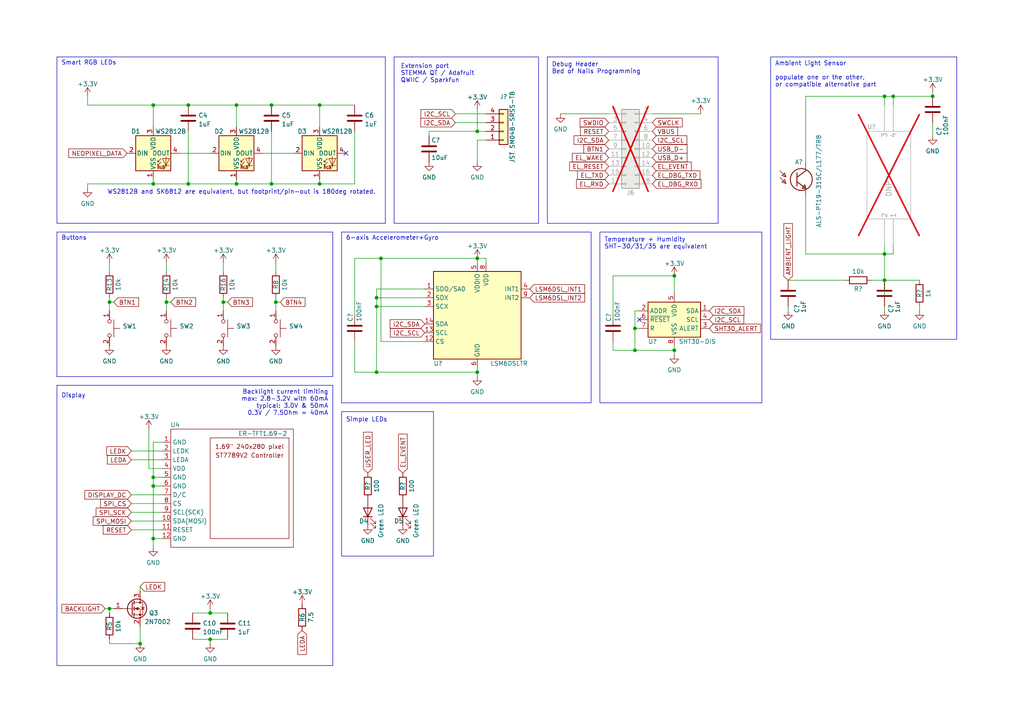
<source format=kicad_sch>
(kicad_sch (version 20230121) (generator eeschema)
  (paper "A4")
  (title_block (title "AWS IoT - Connected Product - Demo Badge 2023") (date "2023-08-22") (rev "1") (company "Amazon Web Services") (comment 1 "Thomas Kriechbaumer (thomkrie@amazon.com)") (comment 4 "https://github.com/aws-samples/aws-iot-connected-product-demo-badge"))
  (lib_symbols
    (symbol "ALS-PT19-315C_L177_TR8:ALS-PT19-315C/L177/TR8" (pin_numbers hide) (pin_names (offset 1.016) hide)
      (property "Reference" "A" (at -10.16 5.08 0))
      (property "Value" "ALS-PT19-315C{slash}L177{slash}TR8" (at -10.16 -7.62 0))
      (symbol "ALS-PT19-315C/L177/TR8_0_0"
        (pin passive line (at 2.54 5.08 270) (length 2.54) (name "~") (number "1"))
        (pin passive line (at 2.54 -5.08 90) (length 2.54) (name "~") (number "2"))
      )
    )
    (symbol "Connector_Generic:Conn_01x04" (pin_names (offset 1.016) hide)
      (property "Reference" "J" (at 0 5.08 0))
      (property "Value" "Conn_01x04" (at 0 -7.62 0))
      (symbol "Conn_01x04_1_1"
        (pin passive line (at -5.08 2.54 0) (length 3.81) (name "Pin_1") (number "1"))
        (pin passive line (at -5.08 0 0) (length 3.81) (name "Pin_2") (number "2"))
        (pin passive line (at -5.08 -2.54 0) (length 3.81) (name "Pin_3") (number "3"))
        (pin passive line (at -5.08 -5.08 0) (length 3.81) (name "Pin_4") (number "4"))
      )
    )
    (symbol "Connector_Generic:Conn_02x09_Odd_Even" (pin_names (offset 1.016) hide)
      (property "Reference" "J" (at 1.27 12.7 0))
      (property "Value" "Conn_02x09_Odd_Even" (at 1.27 -12.7 0))
      (symbol "Conn_02x09_Odd_Even_1_1"
        (pin passive line (at -5.08 10.16 0) (length 3.81) (name "Pin_1") (number "1"))
        (pin passive line (at 7.62 0 180) (length 3.81) (name "Pin_10") (number "10"))
        (pin passive line (at -5.08 -2.54 0) (length 3.81) (name "Pin_11") (number "11"))
        (pin passive line (at 7.62 -2.54 180) (length 3.81) (name "Pin_12") (number "12"))
        (pin passive line (at -5.08 -5.08 0) (length 3.81) (name "Pin_13") (number "13"))
        (pin passive line (at 7.62 -5.08 180) (length 3.81) (name "Pin_14") (number "14"))
        (pin passive line (at -5.08 -7.62 0) (length 3.81) (name "Pin_15") (number "15"))
        (pin passive line (at 7.62 -7.62 180) (length 3.81) (name "Pin_16") (number "16"))
        (pin passive line (at -5.08 -10.16 0) (length 3.81) (name "Pin_17") (number "17"))
        (pin passive line (at 7.62 -10.16 180) (length 3.81) (name "Pin_18") (number "18"))
        (pin passive line (at 7.62 10.16 180) (length 3.81) (name "Pin_2") (number "2"))
        (pin passive line (at -5.08 7.62 0) (length 3.81) (name "Pin_3") (number "3"))
        (pin passive line (at 7.62 7.62 180) (length 3.81) (name "Pin_4") (number "4"))
        (pin passive line (at -5.08 5.08 0) (length 3.81) (name "Pin_5") (number "5"))
        (pin passive line (at 7.62 5.08 180) (length 3.81) (name "Pin_6") (number "6"))
        (pin passive line (at -5.08 2.54 0) (length 3.81) (name "Pin_7") (number "7"))
        (pin passive line (at 7.62 2.54 180) (length 3.81) (name "Pin_8") (number "8"))
        (pin passive line (at -5.08 0 0) (length 3.81) (name "Pin_9") (number "9"))
      )
    )
    (symbol "Device:C" (pin_numbers hide) (pin_names (offset 0.254))
      (property "Reference" "C" (at 0.635 2.54 0))
      (property "Value" "C" (at 0.635 -2.54 0))
      (symbol "C_1_1"
        (pin passive line (at 0 3.81 270) (length 2.794) (name "~") (number "1"))
        (pin passive line (at 0 -3.81 90) (length 2.794) (name "~") (number "2"))
      )
    )
    (symbol "Device:LED" (pin_numbers hide) (pin_names (offset 1.016) hide)
      (property "Reference" "D" (at 0 2.54 0))
      (property "Value" "LED" (at 0 -2.54 0))
      (symbol "LED_1_1"
        (pin passive line (at -3.81 0 0) (length 2.54) (name "K") (number "1"))
        (pin passive line (at 3.81 0 180) (length 2.54) (name "A") (number "2"))
      )
    )
    (symbol "Device:R" (pin_numbers hide) (pin_names (offset 0))
      (property "Reference" "R" (at 2.032 0 90))
      (property "Value" "R" (at 0 0 90))
      (symbol "R_1_1"
        (pin passive line (at 0 3.81 270) (length 1.27) (name "~") (number "1"))
        (pin passive line (at 0 -3.81 90) (length 1.27) (name "~") (number "2"))
      )
    )
    (symbol "IN-S32GTLS:IN-S32GTLS" (pin_numbers hide) (pin_names (offset 0.254))
      (property "Reference" "U" (at 20.32 10.16 0))
      (property "Value" "IN-S32GTLS" (at 20.32 7.62 0))
      (symbol "IN-S32GTLS_1_1"
        (pin unspecified line (at 0 0 0) (length 7.62) (name "1") (number "1"))
        (pin unspecified line (at 0 -2.54 0) (length 7.62) (name "2") (number "2"))
        (pin unspecified line (at 40.64 -2.54 180) (length 7.62) (name "3") (number "3"))
        (pin unspecified line (at 40.64 0 180) (length 7.62) (name "4") (number "4"))
      )
    )
    (symbol "LED:SK6812" (pin_names (offset 0.254))
      (property "Reference" "D" (at 5.08 5.715 0))
      (property "Value" "SK6812" (at 1.27 -5.715 0))
      (symbol "SK6812_0_0"
        (text "RGB" (at 2.286 -4.191 0) (effects (font (size 0.762 0.762))))
      )
      (symbol "SK6812_1_1"
        (pin power_in line (at 0 -7.62 90) (length 2.54) (name "VSS") (number "1"))
        (pin input line (at -7.62 0 0) (length 2.54) (name "DIN") (number "2"))
        (pin power_in line (at 0 7.62 270) (length 2.54) (name "VDD") (number "3"))
        (pin output line (at 7.62 0 180) (length 2.54) (name "DOUT") (number "4"))
      )
    )
    (symbol "Sensor_Humidity:SHT30-DIS"
      (property "Reference" "U" (at -6.35 6.35 0))
      (property "Value" "SHT30-DIS" (at 6.35 6.35 0))
      (symbol "SHT30-DIS_1_1"
        (pin bidirectional line (at 10.16 2.54 180) (length 2.54) (name "SDA") (number "1"))
        (pin input line (at -10.16 2.54 0) (length 2.54) (name "ADDR") (number "2"))
        (pin output line (at 10.16 -2.54 180) (length 2.54) (name "ALERT") (number "3"))
        (pin input line (at 10.16 0 180) (length 2.54) (name "SCL") (number "4"))
        (pin power_in line (at 0 7.62 270) (length 2.54) (name "VDD") (number "5"))
        (pin input line (at -10.16 0 0) (length 2.54) (name "~{RESET}") (number "6"))
        (pin passive line (at -10.16 -2.54 0) (length 2.54) (name "R") (number "7"))
        (pin power_in line (at 0 -7.62 90) (length 2.54) (name "VSS") (number "8"))
        (pin passive line (at 0 -7.62 90) (length 2.54) hide (name "VSS") (number "9"))
      )
    )
    (symbol "Sensor_Motion:LSM6DSL"
      (property "Reference" "U" (at -11.43 15.24 0))
      (property "Value" "LSM6DSL" (at -11.43 12.7 0))
      (symbol "LSM6DSL_1_1"
        (pin bidirectional line (at -15.24 7.62 0) (length 2.54) (name "SDO/SA0") (number "1"))
        (pin no_connect line (at 12.7 -5.08 180) (length 3.81) hide (name "NC") (number "10"))
        (pin no_connect line (at 12.7 -2.54 180) (length 3.81) hide (name "NC") (number "11"))
        (pin input line (at -15.24 -7.62 0) (length 2.54) (name "CS") (number "12"))
        (pin input line (at -15.24 -5.08 0) (length 2.54) (name "SCL") (number "13"))
        (pin bidirectional line (at -15.24 -2.54 0) (length 2.54) (name "SDA") (number "14"))
        (pin bidirectional line (at -15.24 5.08 0) (length 2.54) (name "SDX") (number "2"))
        (pin input line (at -15.24 2.54 0) (length 2.54) (name "SCX") (number "3"))
        (pin output line (at 15.24 7.62 180) (length 2.54) (name "INT1") (number "4"))
        (pin power_in line (at 0 15.24 270) (length 2.54) (name "VDDIO") (number "5"))
        (pin power_in line (at 0 -15.24 90) (length 2.54) (name "GND") (number "6"))
        (pin passive line (at 0 -15.24 90) (length 2.54) hide (name "GND") (number "7"))
        (pin power_in line (at 2.54 15.24 270) (length 2.54) (name "VDD") (number "8"))
        (pin output line (at 15.24 5.08 180) (length 2.54) (name "INT2") (number "9"))
      )
    )
    (symbol "Switch:SW_Push" (pin_names (offset 1.016) hide)
      (property "Reference" "SW" (at 1.27 2.54 0))
      (property "Value" "SW_Push" (at 0 -1.524 0))
      (symbol "SW_Push_0_1"
        (pin passive line (at -5.08 0 0) (length 2.54) (name "1") (number "1"))
        (pin passive line (at 5.08 0 180) (length 2.54) (name "2") (number "2"))
      )
    )
    (symbol "Transistor_FET:2N7002" (pin_names hide)
      (property "Reference" "Q" (at 5.08 1.905 0))
      (property "Value" "2N7002" (at 5.08 0 0))
      (symbol "2N7002_1_1"
        (pin input line (at -5.08 0 0) (length 2.54) (name "G") (number "1"))
        (pin passive line (at 2.54 -5.08 90) (length 2.54) (name "S") (number "2"))
        (pin passive line (at 2.54 5.08 270) (length 2.54) (name "D") (number "3"))
      )
    )
    (symbol "demo-badge-2023:ER-TFT1.69-2"
      (property "Reference" "U" (at 1.27 1.27 0))
      (property "Value" "ER-TFT1.69-2" (at 26.67 -1.27 0))
      (symbol "ER-TFT1.69-2_0_0"
        (text "ST7789V2 Controller" (at 22.86 -7.62 0) (effects (font (size 1.27 1.27))))
      )
      (symbol "ER-TFT1.69-2_1_0"
        (text "1.69\" 240x280 pixel" (at 22.86 -5.08 0) (effects (font (size 1.27 1.27))))
      )
      (symbol "ER-TFT1.69-2_1_1"
        (pin passive line (at -2.54 -3.81 0) (length 2.54) (name "GND") (number "1"))
        (pin passive line (at -2.54 -26.67 0) (length 2.54) (name "SDA(MOSI)") (number "10"))
        (pin passive line (at -2.54 -29.21 0) (length 2.54) (name "RESET") (number "11"))
        (pin passive line (at -2.54 -31.75 0) (length 2.54) (name "GND") (number "12"))
        (pin passive line (at -2.54 -6.35 0) (length 2.54) (name "LEDK") (number "2"))
        (pin passive line (at -2.54 -8.89 0) (length 2.54) (name "LEDA") (number "3"))
        (pin passive line (at -2.54 -11.43 0) (length 2.54) (name "VDD") (number "4"))
        (pin passive line (at -2.54 -13.97 0) (length 2.54) (name "GND") (number "5"))
        (pin passive line (at -2.54 -16.51 0) (length 2.54) (name "GND") (number "6"))
        (pin passive line (at -2.54 -19.05 0) (length 2.54) (name "D/C") (number "7"))
        (pin passive line (at -2.54 -21.59 0) (length 2.54) (name "CS") (number "8"))
        (pin passive line (at -2.54 -24.13 0) (length 2.54) (name "SCL(SCK)") (number "9"))
      )
    )
    (symbol "power:+3.3V" (power) (pin_names (offset 0))
      (property "Value" "+3.3V" (at 0 3.556 0))
      (symbol "+3.3V_1_1"
        (pin power_in line (at 0 0 90) (length 0) hide (name "+3.3V") (number "1"))
      )
    )
    (symbol "power:GND" (power) (pin_names (offset 0))
      (property "Value" "GND" (at 0 -3.81 0))
      (symbol "GND_1_1"
        (pin power_in line (at 0 0 270) (length 0) hide (name "GND") (number "1"))
      )
    )
  )
  (junction (at 256.54 81.28))
  (junction (at 110.49 74.93))
  (junction (at 44.45 140.97))
  (junction (at 138.43 38.1))
  (junction (at 270.51 27.94))
  (junction (at 184.15 101.6))
  (junction (at 184.15 95.25))
  (junction (at 40.64 186.69))
  (junction (at 54.61 53.34))
  (junction (at 44.45 53.34))
  (junction (at 92.71 53.34))
  (junction (at 78.74 53.34))
  (junction (at 44.45 30.48))
  (junction (at 48.26 87.63))
  (junction (at 80.01 87.63))
  (junction (at 44.45 138.43))
  (junction (at 92.71 30.48))
  (junction (at 109.22 88.9))
  (junction (at 54.61 30.48))
  (junction (at 64.77 87.63))
  (junction (at 138.43 107.95))
  (junction (at 78.74 30.48))
  (junction (at 68.58 53.34))
  (junction (at 31.75 176.53))
  (junction (at 109.22 86.36))
  (junction (at 259.08 27.94))
  (junction (at 195.58 80.01))
  (junction (at 138.43 74.93))
  (junction (at 195.58 101.6))
  (junction (at 44.45 156.21))
  (junction (at 109.22 107.95))
  (junction (at 60.96 185.42))
  (junction (at 256.54 73.66))
  (junction (at 31.75 87.63))
  (junction (at 256.54 27.94))
  (junction (at 60.96 177.8))
  (junction (at 68.58 30.48))
  (no_connect (at 100.33 44.45))
  (no_connect (at 185.42 92.71))
  (polyline (pts (xy 16.51 16.51) (xy 16.51 64.77)))
  (wire (pts (xy 109.22 107.95) (xy 138.43 107.95)))
  (wire (pts (xy 252.73 81.28) (xy 256.54 81.28)))
  (wire (pts (xy 44.45 53.34) (xy 44.45 52.07)))
  (wire (pts (xy 31.75 87.63) (xy 31.75 90.17)))
  (wire (pts (xy 109.22 83.82) (xy 109.22 86.36)))
  (wire (pts (xy 256.54 71.12) (xy 256.54 73.66)))
  (wire (pts (xy 102.87 74.93) (xy 110.49 74.93)))
  (wire (pts (xy 30.48 176.53) (xy 31.75 176.53)))
  (wire (pts (xy 102.87 99.06) (xy 102.87 107.95)))
  (wire (pts (xy 46.99 135.89) (xy 43.18 135.89)))
  (wire (pts (xy 25.4 30.48) (xy 44.45 30.48)))
  (wire (pts (xy 80.01 76.2) (xy 80.01 78.74)))
  (wire (pts (xy 138.43 106.68) (xy 138.43 107.95)))
  (wire (pts (xy 44.45 138.43) (xy 46.99 138.43)))
  (wire (pts (xy 110.49 99.06) (xy 110.49 74.93)))
  (wire (pts (xy 195.58 101.6) (xy 195.58 102.87)))
  (wire (pts (xy 256.54 73.66) (xy 256.54 81.28)))
  (wire (pts (xy 233.68 27.94) (xy 233.68 46.99)))
  (wire (pts (xy 110.49 74.93) (xy 138.43 74.93)))
  (wire (pts (xy 123.19 99.06) (xy 110.49 99.06)))
  (wire (pts (xy 233.68 73.66) (xy 256.54 73.66)))
  (wire (pts (xy 48.26 87.63) (xy 49.53 87.63)))
  (wire (pts (xy 109.22 88.9) (xy 123.19 88.9)))
  (polyline (pts (xy 16.51 67.31) (xy 96.52 67.31)))
  (wire (pts (xy 38.1 133.35) (xy 46.99 133.35)))
  (wire (pts (xy 38.1 146.05) (xy 46.99 146.05)))
  (wire (pts (xy 68.58 53.34) (xy 54.61 53.34)))
  (wire (pts (xy 60.96 185.42) (xy 66.04 185.42)))
  (wire (pts (xy 54.61 30.48) (xy 68.58 30.48)))
  (wire (pts (xy 256.54 27.94) (xy 259.08 27.94)))
  (wire (pts (xy 233.68 57.15) (xy 233.68 73.66)))
  (wire (pts (xy 184.15 95.25) (xy 185.42 95.25)))
  (wire (pts (xy 132.08 33.02) (xy 140.97 33.02)))
  (wire (pts (xy 80.01 87.63) (xy 81.28 87.63)))
  (wire (pts (xy 60.96 177.8) (xy 66.04 177.8)))
  (wire (pts (xy 80.01 87.63) (xy 80.01 90.17)))
  (polyline (pts (xy 96.52 67.31) (xy 96.52 109.22)))
  (wire (pts (xy 55.88 177.8) (xy 60.96 177.8)))
  (wire (pts (xy 33.02 176.53) (xy 31.75 176.53)))
  (wire (pts (xy 203.2 33.02) (xy 189.23 33.02)))
  (wire (pts (xy 48.26 86.36) (xy 48.26 87.63)))
  (wire (pts (xy 31.75 76.2) (xy 31.75 78.74)))
  (wire (pts (xy 31.75 86.36) (xy 31.75 87.63)))
  (wire (pts (xy 48.26 76.2) (xy 48.26 78.74)))
  (wire (pts (xy 92.71 53.34) (xy 92.71 52.07)))
  (wire (pts (xy 109.22 86.36) (xy 109.22 88.9)))
  (wire (pts (xy 132.08 35.56) (xy 140.97 35.56)))
  (wire (pts (xy 109.22 86.36) (xy 123.19 86.36)))
  (wire (pts (xy 138.43 31.75) (xy 138.43 38.1)))
  (wire (pts (xy 55.88 185.42) (xy 60.96 185.42)))
  (wire (pts (xy 40.64 181.61) (xy 40.64 186.69)))
  (wire (pts (xy 184.15 101.6) (xy 195.58 101.6)))
  (wire (pts (xy 76.2 44.45) (xy 85.09 44.45)))
  (wire (pts (xy 109.22 88.9) (xy 109.22 107.95)))
  (wire (pts (xy 31.75 177.8) (xy 31.75 176.53)))
  (wire (pts (xy 38.1 151.13) (xy 46.99 151.13)))
  (wire (pts (xy 138.43 40.64) (xy 138.43 46.99)))
  (wire (pts (xy 44.45 140.97) (xy 44.45 156.21)))
  (wire (pts (xy 60.96 185.42) (xy 60.96 186.69)))
  (polyline (pts (xy 16.51 67.31) (xy 16.51 109.22)))
  (wire (pts (xy 48.26 87.63) (xy 48.26 90.17)))
  (wire (pts (xy 31.75 186.69) (xy 40.64 186.69)))
  (wire (pts (xy 78.74 30.48) (xy 92.71 30.48)))
  (wire (pts (xy 185.42 90.17) (xy 184.15 90.17)))
  (wire (pts (xy 195.58 80.01) (xy 195.58 85.09)))
  (wire (pts (xy 44.45 140.97) (xy 46.99 140.97)))
  (wire (pts (xy 228.6 81.28) (xy 245.11 81.28)))
  (wire (pts (xy 52.07 44.45) (xy 60.96 44.45)))
  (wire (pts (xy 266.7 90.17) (xy 266.7 88.9)))
  (wire (pts (xy 64.77 86.36) (xy 64.77 87.63)))
  (wire (pts (xy 43.18 124.46) (xy 43.18 135.89)))
  (wire (pts (xy 64.77 87.63) (xy 64.77 90.17)))
  (wire (pts (xy 228.6 90.17) (xy 228.6 88.9)))
  (wire (pts (xy 138.43 38.1) (xy 140.97 38.1)))
  (wire (pts (xy 38.1 153.67) (xy 46.99 153.67)))
  (wire (pts (xy 44.45 53.34) (xy 25.4 53.34)))
  (wire (pts (xy 92.71 36.83) (xy 92.71 30.48)))
  (wire (pts (xy 78.74 53.34) (xy 68.58 53.34)))
  (wire (pts (xy 259.08 27.94) (xy 259.08 30.48)))
  (wire (pts (xy 44.45 128.27) (xy 44.45 138.43)))
  (wire (pts (xy 44.45 156.21) (xy 46.99 156.21)))
  (polyline (pts (xy 16.51 111.76) (xy 96.52 111.76)))
  (wire (pts (xy 60.96 176.53) (xy 60.96 177.8)))
  (wire (pts (xy 25.4 54.61) (xy 25.4 53.34)))
  (wire (pts (xy 102.87 38.1) (xy 102.87 53.34)))
  (wire (pts (xy 44.45 30.48) (xy 54.61 30.48)))
  (wire (pts (xy 233.68 27.94) (xy 256.54 27.94)))
  (wire (pts (xy 195.58 101.6) (xy 195.58 100.33)))
  (wire (pts (xy 54.61 53.34) (xy 44.45 53.34)))
  (polyline (pts (xy 96.52 193.04) (xy 16.51 193.04)))
  (wire (pts (xy 124.46 38.1) (xy 138.43 38.1)))
  (polyline (pts (xy 96.52 109.22) (xy 16.51 109.22)))
  (polyline (pts (xy 111.76 64.77) (xy 16.51 64.77)))
  (wire (pts (xy 92.71 30.48) (xy 102.87 30.48)))
  (polyline (pts (xy 96.52 111.76) (xy 96.52 193.04)))
  (wire (pts (xy 270.51 26.67) (xy 270.51 27.94)))
  (wire (pts (xy 123.19 83.82) (xy 109.22 83.82)))
  (wire (pts (xy 54.61 38.1) (xy 54.61 53.34)))
  (wire (pts (xy 140.97 74.93) (xy 140.97 76.2)))
  (wire (pts (xy 259.08 71.12) (xy 259.08 73.66)))
  (wire (pts (xy 270.51 39.37) (xy 270.51 35.56)))
  (wire (pts (xy 46.99 128.27) (xy 44.45 128.27)))
  (wire (pts (xy 259.08 27.94) (xy 270.51 27.94)))
  (wire (pts (xy 31.75 185.42) (xy 31.75 186.69)))
  (wire (pts (xy 38.1 143.51) (xy 46.99 143.51)))
  (wire (pts (xy 78.74 38.1) (xy 78.74 53.34)))
  (wire (pts (xy 124.46 39.37) (xy 124.46 38.1)))
  (wire (pts (xy 138.43 107.95) (xy 138.43 109.22)))
  (wire (pts (xy 38.1 130.81) (xy 46.99 130.81)))
  (wire (pts (xy 68.58 36.83) (xy 68.58 30.48)))
  (wire (pts (xy 64.77 87.63) (xy 66.04 87.63)))
  (polyline (pts (xy 111.76 16.51) (xy 111.76 64.77)))
  (wire (pts (xy 92.71 53.34) (xy 78.74 53.34)))
  (wire (pts (xy 177.8 99.06) (xy 177.8 101.6)))
  (wire (pts (xy 162.56 33.02) (xy 176.53 33.02)))
  (polyline (pts (xy 16.51 16.51) (xy 111.76 16.51)))
  (wire (pts (xy 80.01 86.36) (xy 80.01 87.63)))
  (wire (pts (xy 102.87 91.44) (xy 102.87 74.93)))
  (wire (pts (xy 177.8 101.6) (xy 184.15 101.6)))
  (wire (pts (xy 177.8 80.01) (xy 195.58 80.01)))
  (wire (pts (xy 256.54 81.28) (xy 266.7 81.28)))
  (wire (pts (xy 44.45 138.43) (xy 44.45 140.97)))
  (wire (pts (xy 256.54 30.48) (xy 256.54 27.94)))
  (wire (pts (xy 25.4 27.94) (xy 25.4 30.48)))
  (wire (pts (xy 40.64 170.18) (xy 40.64 171.45)))
  (wire (pts (xy 256.54 73.66) (xy 259.08 73.66)))
  (wire (pts (xy 44.45 36.83) (xy 44.45 30.48)))
  (wire (pts (xy 38.1 148.59) (xy 46.99 148.59)))
  (wire (pts (xy 256.54 86.36) (xy 256.54 81.28)))
  (wire (pts (xy 138.43 74.93) (xy 140.97 74.93)))
  (wire (pts (xy 140.97 40.64) (xy 138.43 40.64)))
  (wire (pts (xy 184.15 90.17) (xy 184.15 95.25)))
  (wire (pts (xy 68.58 53.34) (xy 68.58 52.07)))
  (wire (pts (xy 102.87 107.95) (xy 109.22 107.95)))
  (wire (pts (xy 256.54 90.17) (xy 256.54 88.9)))
  (wire (pts (xy 138.43 76.2) (xy 138.43 74.93)))
  (wire (pts (xy 44.45 156.21) (xy 44.45 158.75)))
  (wire (pts (xy 184.15 95.25) (xy 184.15 101.6)))
  (polyline (pts (xy 16.51 111.76) (xy 16.51 193.04)))
  (wire (pts (xy 68.58 30.48) (xy 78.74 30.48)))
  (wire (pts (xy 64.77 76.2) (xy 64.77 78.74)))
  (wire (pts (xy 102.87 53.34) (xy 92.71 53.34)))
  (wire (pts (xy 177.8 91.44) (xy 177.8 80.01)))
  (wire (pts (xy 31.75 87.63) (xy 33.02 87.63)))
  (rectangle (start 158.75 16.51) (end 208.28 64.77))
  (rectangle (start 173.99 67.31) (end 220.98 116.84))
  (rectangle (start 99.06 119.38) (end 125.73 161.29))
  (rectangle (start 99.06 67.31) (end 171.45 116.84))
  (rectangle (start 223.52 16.51) (end 277.495 98.425))
  (rectangle (start 114.3 16.51) (end 156.21 64.77))
  (text "Backlight current limiting\nmax: 2.8-3.2V with 60mA\ntypical: 3.0V & 50mA\n0.3V / 7.5Ohm = 40mA" (at 95.25 120.65 0) (effects (font (size 1.27 1.27)) (justify right bottom)))
  (text "Smart RGB LEDs" (at 17.78 19.05 0) (effects (font (size 1.27 1.27)) (justify left bottom)))
  (text "Debug Header\nBed of Nails Programming" (at 160.02 21.59 0) (effects (font (size 1.27 1.27)) (justify left bottom)))
  (text "6-axis Accelerometer+Gyro" (at 100.33 69.85 0) (effects (font (size 1.27 1.27)) (justify left bottom)))
  (text "WS2812B and SK6812 are equivalent, but footprint/pin-out is 180deg rotated." (at 31.115 56.515 0) (effects (font (size 1.27 1.27)) (justify left bottom)))
  (text "Temperature + Humidity\nSHT-30/31/35 are equivalent" (at 175.26 72.39 0) (effects (font (size 1.27 1.27)) (justify left bottom)))
  (text "Simple LEDs" (at 100.33 122.555 0) (effects (font (size 1.27 1.27)) (justify left bottom)))
  (text "Display\n" (at 17.78 115.57 0) (effects (font (size 1.27 1.27)) (justify left bottom)))
  (text "Extension port\nSTEMMA QT / Adafruit\nQWIIC / Sparkfun" (at 116.205 24.13 0) (effects (font (size 1.27 1.27)) (justify left bottom)))
  (text "Ambient Light Sensor\n\npopulate one or the other,\nor compatible alternative part" (at 224.79 25.4 0) (effects (font (size 1.27 1.27)) (justify left bottom)))
  (text "Buttons" (at 17.78 69.85 0) (effects (font (size 1.27 1.27)) (justify left bottom)))
  (global_label "VBUS" (shape input) (at 189.23 38.1 0) (property "Intersheetrefs" "${INTERSHEET_REFS}" (effects hide)))
  (global_label "I2C_SCL" (shape input) (at 123.19 96.52 180) (property "Intersheetrefs" "${INTERSHEET_REFS}" (effects hide)))
  (global_label "SHT30_ALERT" (shape input) (at 205.74 95.25 0) (property "Intersheetrefs" "${INTERSHEET_REFS}" (effects hide)))
  (global_label "I2C_SDA" (shape input) (at 132.08 35.56 180) (property "Intersheetrefs" "${INTERSHEET_REFS}" (effects hide)))
  (global_label "LSM6DSL_INT1" (shape input) (at 153.67 83.82 0) (property "Intersheetrefs" "${INTERSHEET_REFS}" (effects hide)))
  (global_label "EL_RXD" (shape input) (at 176.53 53.34 180) (property "Intersheetrefs" "${INTERSHEET_REFS}" (effects hide)))
  (global_label "SWCLK" (shape input) (at 189.23 35.56 0) (property "Intersheetrefs" "${INTERSHEET_REFS}" (effects hide)))
  (global_label "LEDK" (shape input) (at 40.64 170.18 0) (property "Intersheetrefs" "${INTERSHEET_REFS}" (effects hide)))
  (global_label "I2C_SCL" (shape input) (at 205.74 92.71 0) (property "Intersheetrefs" "${INTERSHEET_REFS}" (effects hide)))
  (global_label "I2C_SCL" (shape input) (at 189.23 40.64 0) (property "Intersheetrefs" "${INTERSHEET_REFS}" (effects hide)))
  (global_label "EL_TXD" (shape input) (at 176.53 50.8 180) (property "Intersheetrefs" "${INTERSHEET_REFS}" (effects hide)))
  (global_label "LEDA" (shape input) (at 38.1 133.35 180) (property "Intersheetrefs" "${INTERSHEET_REFS}" (effects hide)))
  (global_label "SPI_MOSI" (shape input) (at 38.1 151.13 180) (property "Intersheetrefs" "${INTERSHEET_REFS}" (effects hide)))
  (global_label "LSM6DSL_INT2" (shape input) (at 153.67 86.36 0) (property "Intersheetrefs" "${INTERSHEET_REFS}" (effects hide)))
  (global_label "BTN4" (shape input) (at 81.28 87.63 0) (property "Intersheetrefs" "${INTERSHEET_REFS}" (effects hide)))
  (global_label "BTN2" (shape input) (at 49.53 87.63 0) (property "Intersheetrefs" "${INTERSHEET_REFS}" (effects hide)))
  (global_label "EL_DBG_TXD" (shape input) (at 189.23 50.8 0) (property "Intersheetrefs" "${INTERSHEET_REFS}" (effects hide)))
  (global_label "I2C_SDA" (shape input) (at 205.74 90.17 0) (property "Intersheetrefs" "${INTERSHEET_REFS}" (effects hide)))
  (global_label "RESET" (shape input) (at 176.53 38.1 180) (property "Intersheetrefs" "${INTERSHEET_REFS}" (effects hide)))
  (global_label "I2C_SDA" (shape input) (at 176.53 40.64 180) (property "Intersheetrefs" "${INTERSHEET_REFS}" (effects hide)))
  (global_label "SPI_CS" (shape input) (at 38.1 146.05 180) (property "Intersheetrefs" "${INTERSHEET_REFS}" (effects hide)))
  (global_label "RESET" (shape input) (at 38.1 153.67 180) (property "Intersheetrefs" "${INTERSHEET_REFS}" (effects hide)))
  (global_label "I2C_SCL" (shape input) (at 132.08 33.02 180) (property "Intersheetrefs" "${INTERSHEET_REFS}" (effects hide)))
  (global_label "DISPLAY_DC" (shape input) (at 38.1 143.51 180) (property "Intersheetrefs" "${INTERSHEET_REFS}" (effects hide)))
  (global_label "EL_WAKE" (shape input) (at 176.53 45.72 180) (property "Intersheetrefs" "${INTERSHEET_REFS}" (effects hide)))
  (global_label "LEDA" (shape input) (at 87.63 182.88 270) (property "Intersheetrefs" "${INTERSHEET_REFS}" (effects hide)))
  (global_label "EL_DBG_RXD" (shape input) (at 189.23 53.34 0) (property "Intersheetrefs" "${INTERSHEET_REFS}" (effects hide)))
  (global_label "BACKLIGHT" (shape input) (at 30.48 176.53 180) (property "Intersheetrefs" "${INTERSHEET_REFS}" (effects hide)))
  (global_label "EL_EVENT" (shape input) (at 189.23 48.26 0) (property "Intersheetrefs" "${INTERSHEET_REFS}" (effects hide)))
  (global_label "USB_D-" (shape input) (at 189.23 43.18 0) (property "Intersheetrefs" "${INTERSHEET_REFS}" (effects hide)))
  (global_label "USER_LED" (shape input) (at 106.68 137.16 90) (property "Intersheetrefs" "${INTERSHEET_REFS}" (effects hide)))
  (global_label "SWDIO" (shape input) (at 176.53 35.56 180) (property "Intersheetrefs" "${INTERSHEET_REFS}" (effects hide)))
  (global_label "BTN1" (shape input) (at 176.53 43.18 180) (property "Intersheetrefs" "${INTERSHEET_REFS}" (effects hide)))
  (global_label "BTN1" (shape input) (at 33.02 87.63 0) (property "Intersheetrefs" "${INTERSHEET_REFS}" (effects hide)))
  (global_label "AMBIENT_LIGHT" (shape input) (at 228.6 81.28 90) (property "Intersheetrefs" "${INTERSHEET_REFS}" (effects hide)))
  (global_label "EL_EVENT" (shape input) (at 116.84 137.16 90) (property "Intersheetrefs" "${INTERSHEET_REFS}" (effects hide)))
  (global_label "SPI_SCK" (shape input) (at 38.1 148.59 180) (property "Intersheetrefs" "${INTERSHEET_REFS}" (effects hide)))
  (global_label "USB_D+" (shape input) (at 189.23 45.72 0) (property "Intersheetrefs" "${INTERSHEET_REFS}" (effects hide)))
  (global_label "LEDK" (shape input) (at 38.1 130.81 180) (property "Intersheetrefs" "${INTERSHEET_REFS}" (effects hide)))
  (global_label "EL_RESET" (shape input) (at 176.53 48.26 180) (property "Intersheetrefs" "${INTERSHEET_REFS}" (effects hide)))
  (global_label "BTN3" (shape input) (at 66.04 87.63 0) (property "Intersheetrefs" "${INTERSHEET_REFS}" (effects hide)))
  (global_label "NEOPIXEL_DATA" (shape input) (at 36.83 44.45 180) (property "Intersheetrefs" "${INTERSHEET_REFS}" (effects hide)))
  (global_label "I2C_SDA" (shape input) (at 123.19 93.98 180) (property "Intersheetrefs" "${INTERSHEET_REFS}" (effects hide)))
  (symbol (lib_id "Device:C") (at 228.6 85.09 180) (unit 1)
    (property "Reference" "C?" (at 231.14 90.805 90) (effects (justify right)))
    (property "Value" "1uF" (at 233.045 90.805 90) (effects (justify right)))
    (property "Footprint" "Capacitor_SMD:C_0603_1608Metric" (effects hide))
    (property "LCSC Part #" "C15849" (effects hide))
    (property "Detail" "0603 MLCC" (effects hide))
    (instances (project "demo-badge-2023" (path "" (reference "C?") (unit 1)) (path "" (reference "C15") (unit 1)) (path "" (reference "C27") (unit 1))))
  )
  (symbol (lib_id "Device:R") (at 64.77 82.55 180) (unit 1)
    (property "Reference" "R16" (at 64.77 82.55 90))
    (property "Value" "10k" (at 67.31 82.55 90))
    (property "Footprint" "Resistor_SMD:R_0603_1608Metric" (effects hide))
    (property "LCSC Part #" "C25804" (effects hide))
    (property "Detail" "0603 100mW 1%" (effects hide))
    (instances (project "demo-badge-2023" (path "" (reference "R16") (unit 1)) (path "" (reference "R14") (unit 1)) (path "" (reference "R26") (unit 1))))
  )
  (symbol (lib_id "power:+3.3V") (at 64.77 76.2 0) (unit 1)
    (property "Reference" "#PWR055" (effects hide))
    (property "Value" "+3.3V" (at 64.77 72.6242 0))
    (instances (project "demo-badge-2023" (path "" (reference "#PWR055") (unit 1)) (path "" (reference "#PWR051") (unit 1)) (path "" (reference "#PWR057") (unit 1))))
  )
  (symbol (lib_id "Device:C") (at 54.61 34.29 180) (unit 1)
    (property "Reference" "C4" (at 57.531 33.4553 0) (effects (justify right)))
    (property "Value" "1uF" (at 57.531 35.9922 0) (effects (justify right)))
    (property "Footprint" "Capacitor_SMD:C_0603_1608Metric" (effects hide))
    (property "LCSC Part #" "C15849" (effects hide))
    (property "Detail" "0603 MLCC" (effects hide))
    (instances (project "demo-badge-2023" (path "" (reference "C4") (unit 1)) (path "" (reference "C4") (unit 1)) (path "" (reference "C9") (unit 1))))
  )
  (symbol (lib_id "Device:C") (at 177.8 95.25 0) (mirror x) (unit 1)
    (property "Reference" "C?" (at 176.53 93.345 90) (effects (justify right)))
    (property "Value" "100nF" (at 179.07 93.345 90) (effects (justify right)))
    (property "Footprint" "Capacitor_SMD:C_0603_1608Metric" (effects hide))
    (property "LCSC Part #" "C14663" (effects hide))
    (property "Detail" "0603 MLCC" (effects hide))
    (instances (project "demo-badge-2023" (path "" (reference "C?") (unit 1)) (path "" (reference "C1") (unit 1)) (path "" (reference "C26") (unit 1))))
  )
  (symbol (lib_id "power:GND") (at 195.58 102.87 0) (mirror y) (unit 1)
    (property "Reference" "#PWR?" (effects hide))
    (property "Value" "GND" (at 195.58 107.3134 0))
    (instances (project "demo-badge-2023" (path "" (reference "#PWR?") (unit 1)) (path "" (reference "#PWR03") (unit 1)) (path "" (reference "#PWR098") (unit 1))))
  )
  (symbol (lib_id "power:+3.3V") (at 138.43 74.93 0) (unit 1)
    (property "Reference" "#PWR?" (effects hide))
    (property "Value" "+3.3V" (at 138.43 71.3542 0))
    (instances (project "demo-badge-2023" (path "" (reference "#PWR?") (unit 1)) (path "" (reference "#PWR09") (unit 1)) (path "" (reference "#PWR094") (unit 1))))
  )
  (symbol (lib_id "Switch:SW_Push") (at 31.75 95.25 270) (unit 1)
    (property "Reference" "SW1" (at 35.56 94.615 90) (effects (justify left)))
    (property "Value" "PTS815" (effects hide))
    (property "Footprint" "PTS815:PTS815" (effects hide))
    (property "LCSC Part #" "C2689510" (effects hide))
    (instances (project "demo-badge-2023" (path "" (reference "SW1") (unit 1)) (path "" (reference "SW6") (unit 1))))
  )
  (symbol (lib_id "power:+3.3V") (at 203.2 33.02 0) (unit 1)
    (property "Reference" "#PWR069" (effects hide))
    (property "Value" "+3.3V" (at 203.2 29.21 0))
    (instances (project "demo-badge-2023" (path "" (reference "#PWR069") (unit 1)) (path "" (reference "#PWR099") (unit 1))))
  )
  (symbol (lib_id "power:GND") (at 266.7 90.17 0) (unit 1)
    (property "Reference" "#PWR?" (effects hide))
    (property "Value" "GND" (at 266.7 94.6134 0))
    (instances (project "demo-badge-2023" (path "" (reference "#PWR?") (unit 1)) (path "" (reference "#PWR024") (unit 1)) (path "" (reference "#PWR0102") (unit 1))))
  )
  (symbol (lib_id "ALS-PT19-315C_L177_TR8:ALS-PT19-315C/L177/TR8") (at 231.14 52.07 0) (unit 1)
    (property "Reference" "A?" (at 230.505 46.99 0) (effects (justify left)))
    (property "Value" "ALS-PT19-315C/L177/TR8" (at 237.49 66.04 90) (effects (justify left)))
    (property "Footprint" "ALS-PT19-315C_L177_TR8:ALS-PT19-315C_L177_TR8" (effects hide))
    (property "Datasheet" "https://everlighteurope.com/index.php?controller=attachment&id_attachment=5170" (effects hide))
    (property "LCSC Part #" "C146233" (effects hide))
    (property "Alternative For" "IN-S32GTLS" (effects hide))
    (instances (project "demo-badge-2023" (path "" (reference "A?") (unit 1)) (path "" (reference "A1") (unit 1)) (path "" (reference "A2") (unit 1))))
  )
  (symbol (lib_id "Device:R") (at 106.68 140.97 180) (unit 1)
    (property "Reference" "R?" (at 106.68 140.97 90))
    (property "Value" "100" (at 109.22 140.97 90))
    (property "Footprint" "Resistor_SMD:R_0603_1608Metric" (effects hide))
    (property "LCSC Part #" "C103204" (effects hide))
    (property "Detail" "0603 100mW 1%" (effects hide))
    (instances (project "demo-badge-2023" (path "" (reference "R?") (unit 1)) (path "" (reference "R16") (unit 1)) (path "" (reference "R30") (unit 1))))
  )
  (symbol (lib_id "Device:C") (at 124.46 43.18 180) (unit 1)
    (property "Reference" "C?" (at 125.095 40.64 0) (effects (justify right)))
    (property "Value" "10uF" (at 125.095 45.72 0) (effects (justify right)))
    (property "Footprint" "Capacitor_SMD:C_0603_1608Metric" (effects hide))
    (property "LCSC Part #" "C19702" (effects hide))
    (property "Detail" "0603 MLCC" (effects hide))
    (instances (project "demo-badge-2023" (path "" (reference "C?") (unit 1)) (path "" (reference "C7") (unit 1)) (path "" (reference "C25") (unit 1))))
  )
  (symbol (lib_id "power:GND") (at 116.84 152.4 0) (unit 1)
    (property "Reference" "#PWR?" (effects hide))
    (property "Value" "GND" (at 116.84 156.8434 0))
    (instances (project "demo-badge-2023" (path "" (reference "#PWR?") (unit 1)) (path "" (reference "#PWR053") (unit 1)) (path "" (reference "#PWR090") (unit 1))))
  )
  (symbol (lib_id "LED:SK6812") (at 92.71 44.45 0) (unit 1)
    (property "Reference" "D3" (at 87.63 38.1 0))
    (property "Value" "WS2812B" (at 97.79 38.1 0))
    (property "Footprint" "demo-badge-2023:SK6812-multi" (effects hide))
    (property "Datasheet" "https://datasheet.lcsc.com/lcsc/2206131216_Worldsemi-WS2812B-V5-W_C2874885.pdf" (effects hide))
    (property "LCSC Part #" "C2874885" (effects hide))
    (property "Alternative For" "SK6812" (effects hide))
    (property "Detail" "5050" (effects hide))
    (instances (project "demo-badge-2023" (path "" (reference "D3") (unit 1)) (path "" (reference "D3") (unit 1)) (path "" (reference "D10") (unit 1))))
  )
  (symbol (lib_id "Device:C") (at 102.87 34.29 180) (unit 1)
    (property "Reference" "C6" (at 105.791 33.4553 0) (effects (justify right)))
    (property "Value" "1uF" (at 105.791 35.9922 0) (effects (justify right)))
    (property "Footprint" "Capacitor_SMD:C_0603_1608Metric" (effects hide))
    (property "LCSC Part #" "C15849" (effects hide))
    (property "Detail" "0603 MLCC" (effects hide))
    (instances (project "demo-badge-2023" (path "" (reference "C6") (unit 1)) (path "" (reference "C6") (unit 1)) (path "" (reference "C23") (unit 1))))
  )
  (symbol (lib_id "power:+3.3V") (at 195.58 80.01 0) (mirror y) (unit 1)
    (property "Reference" "#PWR?" (effects hide))
    (property "Value" "+3.3V" (at 195.58 76.4342 0))
    (instances (project "demo-badge-2023" (path "" (reference "#PWR?") (unit 1)) (path "" (reference "#PWR02") (unit 1)) (path "" (reference "#PWR097") (unit 1))))
  )
  (symbol (lib_id "Device:C") (at 102.87 95.25 180) (unit 1)
    (property "Reference" "C?" (at 101.6 93.345 90) (effects (justify right)))
    (property "Value" "100nF" (at 104.14 93.345 90) (effects (justify right)))
    (property "Footprint" "Capacitor_SMD:C_0603_1608Metric" (effects hide))
    (property "LCSC Part #" "C14663" (effects hide))
    (property "Detail" "0603 MLCC" (effects hide))
    (instances (project "demo-badge-2023" (path "" (reference "C?") (unit 1)) (path "" (reference "C2") (unit 1)) (path "" (reference "C24") (unit 1))))
  )
  (symbol (lib_id "power:+3.3V") (at 43.18 124.46 0) (unit 1)
    (property "Reference" "#PWR032" (effects hide))
    (property "Value" "+3.3V" (at 43.18 120.8842 0))
    (instances (project "demo-badge-2023" (path "" (reference "#PWR032") (unit 1)) (path "" (reference "#PWR073") (unit 1)) (path "" (reference "#PWR040") (unit 1))))
  )
  (symbol (lib_id "Sensor_Humidity:SHT30-DIS") (at 195.58 92.71 0) (unit 1)
    (property "Reference" "U?" (at 187.96 99.06 0) (effects (justify left)))
    (property "Value" "SHT30-DIS" (at 196.85 99.06 0) (effects (justify left)))
    (property "Footprint" "Sensor_Humidity:Sensirion_DFN-8-1EP_2.5x2.5mm_P0.5mm_EP1.1x1.7mm" (effects hide))
    (property "Datasheet" "https://www.sensirion.com/fileadmin/user_upload/customers/sensirion/Dokumente/2_Humidity_Sensors/Datasheets/Sensirion_Humidity_Sensors_SHT3x_Datasheet_digital.pdf" (effects hide))
    (property "LCSC Part #" "C77361" (effects hide))
    (instances (project "demo-badge-2023" (path "" (reference "U?") (unit 1)) (path "" (reference "U1") (unit 1)) (path "" (reference "U8") (unit 1))))
  )
  (symbol (lib_id "Device:R") (at 248.92 81.28 270) (unit 1)
    (property "Reference" "R?" (at 248.92 83.82 90))
    (property "Value" "10k" (at 248.92 78.74 90))
    (property "Footprint" "Resistor_SMD:R_0603_1608Metric" (effects hide))
    (property "LCSC Part #" "C25804" (effects hide))
    (property "Detail" "0603 100mW 1%" (effects hide))
    (instances (project "demo-badge-2023" (path "" (reference "R?") (unit 1)) (path "" (reference "R7") (unit 1)) (path "" (reference "R39") (unit 1))))
  )
  (symbol (lib_id "Switch:SW_Push") (at 80.01 95.25 270) (unit 1)
    (property "Reference" "SW4" (at 83.82 94.615 90) (effects (justify left)))
    (property "Value" "PTS815" (effects hide))
    (property "Footprint" "PTS815:PTS815" (effects hide))
    (property "LCSC Part #" "C2689510" (effects hide))
    (instances (project "demo-badge-2023" (path "" (reference "SW4") (unit 1)) (path "" (reference "SW11") (unit 1))))
  )
  (symbol (lib_id "power:+3.3V") (at 138.43 31.75 0) (unit 1)
    (property "Reference" "#PWR?" (effects hide))
    (property "Value" "+3.3V" (at 138.43 28.1742 0))
    (instances (project "demo-badge-2023" (path "" (reference "#PWR?") (unit 1)) (path "" (reference "#PWR015") (unit 1)) (path "" (reference "#PWR092") (unit 1))))
  )
  (symbol (lib_id "power:GND") (at 25.4 54.61 0) (unit 1)
    (property "Reference" "#PWR05" (effects hide))
    (property "Value" "GND" (at 25.4 59.0534 0))
    (instances (project "demo-badge-2023" (path "" (reference "#PWR05") (unit 1)) (path "" (reference "#PWR05") (unit 1)) (path "" (reference "#PWR032") (unit 1))))
  )
  (symbol (lib_id "power:+3.3V") (at 87.63 175.26 0) (unit 1)
    (property "Reference" "#PWR034" (effects hide))
    (property "Value" "+3.3V" (at 87.63 171.6842 0))
    (instances (project "demo-badge-2023" (path "" (reference "#PWR034") (unit 1)) (path "" (reference "#PWR034") (unit 1)) (path "" (reference "#PWR088") (unit 1))))
  )
  (symbol (lib_id "Device:R") (at 116.84 140.97 180) (unit 1)
    (property "Reference" "R?" (at 116.84 140.97 90))
    (property "Value" "100" (at 119.38 140.97 90))
    (property "Footprint" "Resistor_SMD:R_0603_1608Metric" (effects hide))
    (property "LCSC Part #" "C103204" (effects hide))
    (property "Detail" "0603 100mW 1%" (effects hide))
    (instances (project "demo-badge-2023" (path "" (reference "R?") (unit 1)) (path "" (reference "R17") (unit 1)) (path "" (reference "R38") (unit 1))))
  )
  (symbol (lib_id "Switch:SW_Push") (at 48.26 95.25 270) (unit 1)
    (property "Reference" "SW2" (at 52.07 94.615 90) (effects (justify left)))
    (property "Value" "PTS815" (effects hide))
    (property "Footprint" "PTS815:PTS815" (effects hide))
    (property "LCSC Part #" "C2689510" (effects hide))
    (instances (project "demo-badge-2023" (path "" (reference "SW2") (unit 1)) (path "" (reference "SW9") (unit 1))))
  )
  (symbol (lib_id "power:+3.3V") (at 31.75 76.2 0) (unit 1)
    (property "Reference" "#PWR048" (effects hide))
    (property "Value" "+3.3V" (at 31.75 72.6242 0))
    (instances (project "demo-badge-2023" (path "" (reference "#PWR048") (unit 1)) (path "" (reference "#PWR020") (unit 1)) (path "" (reference "#PWR035") (unit 1))))
  )
  (symbol (lib_id "power:+3.3V") (at 48.26 76.2 0) (unit 1)
    (property "Reference" "#PWR051" (effects hide))
    (property "Value" "+3.3V" (at 48.26 72.6242 0))
    (instances (project "demo-badge-2023" (path "" (reference "#PWR051") (unit 1)) (path "" (reference "#PWR048") (unit 1)) (path "" (reference "#PWR042") (unit 1))))
  )
  (symbol (lib_id "power:GND") (at 64.77 100.33 0) (unit 1)
    (property "Reference" "#PWR056" (effects hide))
    (property "Value" "GND" (at 64.77 104.7734 0))
    (instances (project "demo-badge-2023" (path "" (reference "#PWR056") (unit 1)) (path "" (reference "#PWR052") (unit 1)) (path "" (reference "#PWR058") (unit 1))))
  )
  (symbol (lib_id "IN-S32GTLS:IN-S32GTLS") (at 259.08 71.12 270) (mirror x) (unit 1) (in_bom no) (dnp yes)
    (property "Reference" "U?" (at 251.46 36.83 90) (effects (justify left)))
    (property "Value" "DNP" (at 257.81 57.15 0) (effects (font (size 1.524 1.524)) (justify left)))
    (property "Footprint" "IN-S32GTLS:IN-S32GTLS" (effects hide))
    (property "Datasheet" "https://www.inolux-corp.com/datasheet/IR/Sensor/Ambient%20Light%20Sensor/IN-S32GTLS_V1.0.pdf" (effects hide))
    (property "Alternative For" "ALS-PT19-315C_L177_TR8" (effects hide))
    (property "LCSC Part #" "C3678744" (effects hide))
    (instances (project "demo-badge-2023" (path "" (reference "U?") (unit 1)) (path "" (reference "U7") (unit 1)) (path "" (reference "U11") (unit 1))))
  )
  (symbol (lib_id "Device:C") (at 78.74 34.29 180) (unit 1)
    (property "Reference" "C5" (at 81.661 33.4553 0) (effects (justify right)))
    (property "Value" "1uF" (at 81.661 35.9922 0) (effects (justify right)))
    (property "Footprint" "Capacitor_SMD:C_0603_1608Metric" (effects hide))
    (property "LCSC Part #" "C15849" (effects hide))
    (property "Detail" "0603 MLCC" (effects hide))
    (instances (project "demo-badge-2023" (path "" (reference "C5") (unit 1)) (path "" (reference "C5") (unit 1)) (path "" (reference "C16") (unit 1))))
  )
  (symbol (lib_id "power:+3.3V") (at 80.01 76.2 0) (unit 1)
    (property "Reference" "#PWR020" (effects hide))
    (property "Value" "+3.3V" (at 80.01 72.6242 0))
    (instances (project "demo-badge-2023" (path "" (reference "#PWR020") (unit 1)) (path "" (reference "#PWR055") (unit 1)) (path "" (reference "#PWR070") (unit 1))))
  )
  (symbol (lib_id "power:+3.3V") (at 270.51 26.67 0) (unit 1)
    (property "Reference" "#PWR?" (effects hide))
    (property "Value" "+3.3V" (at 270.51 23.0942 0))
    (instances (project "demo-badge-2023" (path "" (reference "#PWR?") (unit 1)) (path "" (reference "#PWR046") (unit 1)) (path "" (reference "#PWR0103") (unit 1))))
  )
  (symbol (lib_id "Connector_Generic:Conn_01x04") (at 146.05 38.1 0) (mirror x) (unit 1)
    (property "Reference" "J?" (at 146.05 28.0502 0))
    (property "Value" "JST SM04B-SRSS-TB" (at 148.59 36.83 90))
    (property "Footprint" "Connector_JST:JST_SH_SM04B-SRSS-TB_1x04-1MP_P1.00mm_Horizontal" (effects hide))
    (property "Datasheet" "https://www.jst-mfg.com/product/pdf/eng/eSH.pdf" (effects hide))
    (property "LCSC Part #" "C145956" (effects hide))
    (instances (project "demo-badge-2023" (path "" (reference "J?") (unit 1)) (path "" (reference "J3") (unit 1)) (path "" (reference "J4") (unit 1))))
  )
  (symbol (lib_id "Device:C") (at 55.88 181.61 180) (unit 1)
    (property "Reference" "C10" (at 58.801 180.7753 0) (effects (justify right)))
    (property "Value" "100nF" (at 58.801 183.3122 0) (effects (justify right)))
    (property "Footprint" "Capacitor_SMD:C_0603_1608Metric" (effects hide))
    (property "LCSC Part #" "C14663" (effects hide))
    (property "Detail" "0603 MLCC" (effects hide))
    (instances (project "demo-badge-2023" (path "" (reference "C10") (unit 1)) (path "" (reference "C10") (unit 1)) (path "" (reference "C12") (unit 1))))
  )
  (symbol (lib_id "power:GND") (at 228.6 90.17 0) (unit 1)
    (property "Reference" "#PWR?" (effects hide))
    (property "Value" "GND" (at 228.6 94.6134 0))
    (instances (project "demo-badge-2023" (path "" (reference "#PWR?") (unit 1)) (path "" (reference "#PWR022") (unit 1)) (path "" (reference "#PWR0100") (unit 1))))
  )
  (symbol (lib_id "power:GND") (at 162.56 33.02 0) (unit 1)
    (property "Reference" "#PWR?" (effects hide))
    (property "Value" "GND" (at 162.56 37.4634 0))
    (instances (project "demo-badge-2023" (path "" (reference "#PWR?") (unit 1)) (path "" (reference "#PWR059") (unit 1)) (path "" (reference "#PWR096") (unit 1))))
  )
  (symbol (lib_id "Device:R") (at 31.75 181.61 180) (unit 1)
    (property "Reference" "R5" (at 31.75 181.61 90))
    (property "Value" "10k" (at 34.29 181.61 90))
    (property "Footprint" "Resistor_SMD:R_0603_1608Metric" (effects hide))
    (property "LCSC Part #" "C25804" (effects hide))
    (property "Detail" "0603 100mW 1%" (effects hide))
    (instances (project "demo-badge-2023" (path "" (reference "R5") (unit 1)) (path "" (reference "R5") (unit 1)) (path "" (reference "R24") (unit 1))))
  )
  (symbol (lib_id "Device:R") (at 87.63 179.07 180) (unit 1)
    (property "Reference" "R6" (at 87.63 179.07 90))
    (property "Value" "7.5" (at 90.17 179.07 90))
    (property "Footprint" "Resistor_SMD:R_0603_1608Metric" (effects hide))
    (property "LCSC Part #" "C2999459" (effects hide))
    (property "Detail" "0603 100mW 1%" (effects hide))
    (instances (project "demo-badge-2023" (path "" (reference "R6") (unit 1)) (path "" (reference "R6") (unit 1)) (path "" (reference "R28") (unit 1))))
  )
  (symbol (lib_id "Device:R") (at 31.75 82.55 180) (unit 1)
    (property "Reference" "R13" (at 31.75 82.55 90))
    (property "Value" "10k" (at 34.29 82.55 90))
    (property "Footprint" "Resistor_SMD:R_0603_1608Metric" (effects hide))
    (property "LCSC Part #" "C25804" (effects hide))
    (property "Detail" "0603 100mW 1%" (effects hide))
    (instances (project "demo-badge-2023" (path "" (reference "R13") (unit 1)) (path "" (reference "R12") (unit 1)) (path "" (reference "R21") (unit 1))))
  )
  (symbol (lib_id "power:GND") (at 48.26 100.33 0) (unit 1)
    (property "Reference" "#PWR052" (effects hide))
    (property "Value" "GND" (at 48.26 104.7734 0))
    (instances (project "demo-badge-2023" (path "" (reference "#PWR052") (unit 1)) (path "" (reference "#PWR049") (unit 1)) (path "" (reference "#PWR043") (unit 1))))
  )
  (symbol (lib_id "LED:SK6812") (at 68.58 44.45 0) (unit 1)
    (property "Reference" "D2" (at 63.5 38.1 0))
    (property "Value" "WS2812B" (at 73.66 38.1 0))
    (property "Footprint" "demo-badge-2023:SK6812-multi" (effects hide))
    (property "Datasheet" "https://datasheet.lcsc.com/lcsc/2206131216_Worldsemi-WS2812B-V5-W_C2874885.pdf" (effects hide))
    (property "LCSC Part #" "C2874885" (effects hide))
    (property "Alternative For" "SK6812" (effects hide))
    (property "Detail" "5050" (effects hide))
    (instances (project "demo-badge-2023" (path "" (reference "D2") (unit 1)) (path "" (reference "D2") (unit 1)) (path "" (reference "D9") (unit 1))))
  )
  (symbol (lib_id "power:+3.3V") (at 25.4 27.94 0) (unit 1)
    (property "Reference" "#PWR064" (effects hide))
    (property "Value" "+3.3V" (at 25.4 24.3642 0))
    (instances (project "demo-badge-2023" (path "" (reference "#PWR064") (unit 1)) (path "" (reference "#PWR017") (unit 1)) (path "" (reference "#PWR012") (unit 1))))
  )
  (symbol (lib_id "Device:C") (at 66.04 181.61 180) (unit 1)
    (property "Reference" "C11" (at 68.961 180.7753 0) (effects (justify right)))
    (property "Value" "1uF" (at 68.961 183.3122 0) (effects (justify right)))
    (property "Footprint" "Capacitor_SMD:C_0603_1608Metric" (effects hide))
    (property "LCSC Part #" "C15849" (effects hide))
    (property "Detail" "0603 MLCC" (effects hide))
    (instances (project "demo-badge-2023" (path "" (reference "C11") (unit 1)) (path "" (reference "C11") (unit 1)) (path "" (reference "C13") (unit 1))))
  )
  (symbol (lib_id "power:GND") (at 256.54 90.17 0) (unit 1)
    (property "Reference" "#PWR?" (effects hide))
    (property "Value" "GND" (at 256.54 94.6134 0))
    (instances (project "demo-badge-2023" (path "" (reference "#PWR?") (unit 1)) (path "" (reference "#PWR023") (unit 1)) (path "" (reference "#PWR0101") (unit 1))))
  )
  (symbol (lib_id "Device:C") (at 256.54 85.09 180) (unit 1)
    (property "Reference" "C?" (at 258.445 90.805 90) (effects (justify right)))
    (property "Value" "1uF" (at 260.35 90.805 90) (effects (justify right)))
    (property "Footprint" "Capacitor_SMD:C_0603_1608Metric" (effects hide))
    (property "LCSC Part #" "C15849" (effects hide))
    (property "Detail" "0603 MLCC" (effects hide))
    (instances (project "demo-badge-2023" (path "" (reference "C?") (unit 1)) (path "" (reference "C17") (unit 1)) (path "" (reference "C37") (unit 1))))
  )
  (symbol (lib_id "power:GND") (at 138.43 46.99 0) (unit 1)
    (property "Reference" "#PWR?" (effects hide))
    (property "Value" "GND" (at 138.43 51.4334 0))
    (instances (project "demo-badge-2023" (path "" (reference "#PWR?") (unit 1)) (path "" (reference "#PWR019") (unit 1)) (path "" (reference "#PWR093") (unit 1))))
  )
  (symbol (lib_id "power:GND") (at 31.75 100.33 0) (unit 1)
    (property "Reference" "#PWR049" (effects hide))
    (property "Value" "GND" (at 31.75 104.7734 0))
    (instances (project "demo-badge-2023" (path "" (reference "#PWR049") (unit 1)) (path "" (reference "#PWR027") (unit 1)) (path "" (reference "#PWR037") (unit 1))))
  )
  (symbol (lib_id "Device:LED") (at 106.68 148.59 90) (unit 1)
    (property "Reference" "D4" (at 104.14 151.13 90) (effects (justify right)))
    (property "Value" "Green LED" (at 110.49 146.05 0) (effects (justify right)))
    (property "Footprint" "LED_SMD:LED_0603_1608Metric" (effects hide))
    (property "LCSC Part #" "C72043" (effects hide))
    (property "Detail" "0603" (effects hide))
    (instances (project "demo-badge-2023" (path "" (reference "D4") (unit 1)) (path "" (reference "D11") (unit 1))))
  )
  (symbol (lib_id "power:GND") (at 124.46 46.99 0) (unit 1)
    (property "Reference" "#PWR?" (effects hide))
    (property "Value" "GND" (at 124.46 51.4334 0))
    (instances (project "demo-badge-2023" (path "" (reference "#PWR?") (unit 1)) (path "" (reference "#PWR013") (unit 1)) (path "" (reference "#PWR091") (unit 1))))
  )
  (symbol (lib_id "Switch:SW_Push") (at 64.77 95.25 270) (unit 1)
    (property "Reference" "SW3" (at 68.58 94.615 90) (effects (justify left)))
    (property "Value" "PTS815" (effects hide))
    (property "Footprint" "PTS815:PTS815" (effects hide))
    (property "LCSC Part #" "C2689510" (effects hide))
    (instances (project "demo-badge-2023" (path "" (reference "SW3") (unit 1)) (path "" (reference "SW10") (unit 1))))
  )
  (symbol (lib_id "Device:R") (at 48.26 82.55 180) (unit 1)
    (property "Reference" "R14" (at 48.26 82.55 90))
    (property "Value" "10k" (at 50.8 82.55 90))
    (property "Footprint" "Resistor_SMD:R_0603_1608Metric" (effects hide))
    (property "LCSC Part #" "C25804" (effects hide))
    (property "Detail" "0603 100mW 1%" (effects hide))
    (instances (project "demo-badge-2023" (path "" (reference "R14") (unit 1)) (path "" (reference "R13") (unit 1)) (path "" (reference "R25") (unit 1))))
  )
  (symbol (lib_id "power:GND") (at 40.64 186.69 0) (unit 1)
    (property "Reference" "#PWR033" (effects hide))
    (property "Value" "GND" (at 40.64 191.1334 0))
    (instances (project "demo-badge-2023" (path "" (reference "#PWR033") (unit 1)) (path "" (reference "#PWR033") (unit 1)) (path "" (reference "#PWR039") (unit 1))))
  )
  (symbol (lib_id "power:GND") (at 60.96 186.69 0) (unit 1)
    (property "Reference" "#PWR033" (effects hide))
    (property "Value" "GND" (at 60.96 191.1334 0))
    (instances (project "demo-badge-2023" (path "" (reference "#PWR033") (unit 1)) (path "" (reference "#PWR067") (unit 1)) (path "" (reference "#PWR054") (unit 1))))
  )
  (symbol (lib_id "power:GND") (at 106.68 152.4 0) (unit 1)
    (property "Reference" "#PWR?" (effects hide))
    (property "Value" "GND" (at 106.68 156.8434 0))
    (instances (project "demo-badge-2023" (path "" (reference "#PWR?") (unit 1)) (path "" (reference "#PWR050") (unit 1)) (path "" (reference "#PWR089") (unit 1))))
  )
  (symbol (lib_id "Device:R") (at 80.01 82.55 180) (unit 1)
    (property "Reference" "R8" (at 80.01 82.55 90))
    (property "Value" "10k" (at 82.55 82.55 90))
    (property "Footprint" "Resistor_SMD:R_0603_1608Metric" (effects hide))
    (property "LCSC Part #" "C25804" (effects hide))
    (property "Detail" "0603 100mW 1%" (effects hide))
    (instances (project "demo-badge-2023" (path "" (reference "R8") (unit 1)) (path "" (reference "R15") (unit 1)) (path "" (reference "R27") (unit 1))))
  )
  (symbol (lib_id "Sensor_Motion:LSM6DSL") (at 138.43 91.44 0) (unit 1)
    (property "Reference" "U?" (at 125.73 105.41 0) (effects (justify left)))
    (property "Value" "LSM6DSLTR" (at 142.24 105.41 0) (effects (justify left)))
    (property "Footprint" "Package_LGA:LGA-14_3x2.5mm_P0.5mm_LayoutBorder3x4y" (effects hide))
    (property "Datasheet" "https://www.st.com/resource/en/datasheet/lsm6dsl.pdf" (effects hide))
    (property "LCSC Part #" "C126672" (effects hide))
    (instances (project "demo-badge-2023" (path "" (reference "U?") (unit 1)) (path "" (reference "U5") (unit 1)) (path "" (reference "U3") (unit 1))))
  )
  (symbol (lib_id "Connector_Generic:Conn_02x09_Odd_Even") (at 181.61 43.18 0) (unit 1) (dnp yes)
    (property "Reference" "J6" (at 182.88 55.88 0))
    (property "Value" "DNP" (effects hide))
    (property "Footprint" "Connector_PinHeader_2.54mm:PinHeader_2x09_P2.54mm_Vertical" (effects hide))
    (instances (project "demo-badge-2023" (path "" (reference "J6") (unit 1)) (path "" (reference "J5") (unit 1))))
  )
  (symbol (lib_id "Device:LED") (at 116.84 148.59 90) (unit 1)
    (property "Reference" "D5" (at 114.3 151.13 90) (effects (justify right)))
    (property "Value" "Green LED" (at 120.65 146.05 0) (effects (justify right)))
    (property "Footprint" "LED_SMD:LED_0603_1608Metric" (effects hide))
    (property "LCSC Part #" "C72043" (effects hide))
    (property "Detail" "0603" (effects hide))
    (instances (project "demo-badge-2023" (path "" (reference "D5") (unit 1)) (path "" (reference "D12") (unit 1))))
  )
  (symbol (lib_id "power:GND") (at 270.51 39.37 0) (unit 1)
    (property "Reference" "#PWR?" (effects hide))
    (property "Value" "GND" (at 270.51 43.8134 0))
    (instances (project "demo-badge-2023" (path "" (reference "#PWR?") (unit 1)) (path "" (reference "#PWR047") (unit 1)) (path "" (reference "#PWR0104") (unit 1))))
  )
  (symbol (lib_id "power:GND") (at 80.01 100.33 0) (unit 1)
    (property "Reference" "#PWR027" (effects hide))
    (property "Value" "GND" (at 80.01 104.7734 0))
    (instances (project "demo-badge-2023" (path "" (reference "#PWR027") (unit 1)) (path "" (reference "#PWR056") (unit 1)) (path "" (reference "#PWR087") (unit 1))))
  )
  (symbol (lib_id "Device:C") (at 270.51 31.75 0) (mirror x) (unit 1)
    (property "Reference" "C?" (at 272.415 39.37 90) (effects (justify right)))
    (property "Value" "100nF" (at 274.32 39.37 90) (effects (justify right)))
    (property "Footprint" "Capacitor_SMD:C_0603_1608Metric" (effects hide))
    (property "LCSC Part #" "C14663" (effects hide))
    (property "Detail" "0603 MLCC" (effects hide))
    (instances (project "demo-badge-2023" (path "" (reference "C?") (unit 1)) (path "" (reference "C3") (unit 1)) (path "" (reference "C38") (unit 1))))
  )
  (symbol (lib_id "Device:R") (at 266.7 85.09 180) (unit 1)
    (property "Reference" "R?" (at 266.7 85.09 90))
    (property "Value" "1k" (at 269.24 85.09 90))
    (property "Footprint" "Resistor_SMD:R_0603_1608Metric" (effects hide))
    (property "LCSC Part #" "C21190" (effects hide))
    (property "Detail" "0603 100mW 1%" (effects hide))
    (instances (project "demo-badge-2023" (path "" (reference "R?") (unit 1)) (path "" (reference "R8") (unit 1)) (path "" (reference "R40") (unit 1))))
  )
  (symbol (lib_id "LED:SK6812") (at 44.45 44.45 0) (unit 1)
    (property "Reference" "D1" (at 39.37 38.1 0))
    (property "Value" "WS2812B" (at 49.53 38.1 0))
    (property "Footprint" "demo-badge-2023:SK6812-multi" (effects hide))
    (property "Datasheet" "https://datasheet.lcsc.com/lcsc/2206131216_Worldsemi-WS2812B-V5-W_C2874885.pdf" (effects hide))
    (property "LCSC Part #" "C2874885" (effects hide))
    (property "Alternative For" "SK6812" (effects hide))
    (property "Detail" "5050" (effects hide))
    (instances (project "demo-badge-2023" (path "" (reference "D1") (unit 1)) (path "" (reference "D1") (unit 1)) (path "" (reference "D8") (unit 1))))
  )
  (symbol (lib_id "power:GND") (at 44.45 158.75 0) (unit 1)
    (property "Reference" "#PWR033" (effects hide))
    (property "Value" "GND" (at 44.45 163.1934 0))
    (instances (project "demo-badge-2023" (path "" (reference "#PWR033") (unit 1)) (path "" (reference "#PWR074") (unit 1)) (path "" (reference "#PWR041") (unit 1))))
  )
  (symbol (lib_id "power:GND") (at 138.43 109.22 0) (unit 1)
    (property "Reference" "#PWR?" (effects hide))
    (property "Value" "GND" (at 138.43 113.6634 0))
    (instances (project "demo-badge-2023" (path "" (reference "#PWR?") (unit 1)) (path "" (reference "#PWR011") (unit 1)) (path "" (reference "#PWR095") (unit 1))))
  )
  (symbol (lib_id "demo-badge-2023:ER-TFT1.69-2") (at 49.53 124.46 0) (unit 1)
    (property "Reference" "U4" (at 50.8 123.19 0))
    (property "Value" "ER-TFT1.69-2" (at 76.2 125.73 0))
    (property "Footprint" "demo-badge-2023:ER-TFT1.69-2" (effects hide))
    (property "Datasheet" "https://www.buydisplay.com/download/manual/ER-TFT1.69-2_Datasheet.pdf" (effects hide))
    (property "MPN" "ER-TFT1.69-2" (effects hide))
    (property "Manufacturere" "Eastrising Technology Co., Limited" (effects hide))
    (property "LCSC Part #" "C9900056240" (effects hide))
    (instances (project "demo-badge-2023" (path "" (reference "U4") (unit 1)) (path "" (reference "U13") (unit 1)) (path "" (reference "U2") (unit 1))))
  )
  (symbol (lib_id "power:+3.3V") (at 60.96 176.53 0) (unit 1)
    (property "Reference" "#PWR032" (effects hide))
    (property "Value" "+3.3V" (at 60.96 172.9542 0))
    (instances (project "demo-badge-2023" (path "" (reference "#PWR032") (unit 1)) (path "" (reference "#PWR030") (unit 1)) (path "" (reference "#PWR045") (unit 1))))
  )
  (symbol (lib_id "Transistor_FET:2N7002") (at 38.1 176.53 0) (unit 1)
    (property "Reference" "Q3" (at 43.18 177.8 0) (effects (justify left)))
    (property "Value" "2N7002" (at 41.91 180.34 0) (effects (justify left)))
    (property "Footprint" "Package_TO_SOT_SMD:SOT-23" (effects hide))
    (property "Datasheet" "https://www.onsemi.com/pub/Collateral/NDS7002A-D.PDF" (effects hide))
    (property "LCSC Part #" "C8545" (effects hide))
    (property "Detail" "SOT-23" (effects hide))
    (instances (project "demo-badge-2023" (path "" (reference "Q3") (unit 1)) (path "" (reference "Q3") (unit 1)) (path "" (reference "Q4") (unit 1))))
  )
)
</source>
